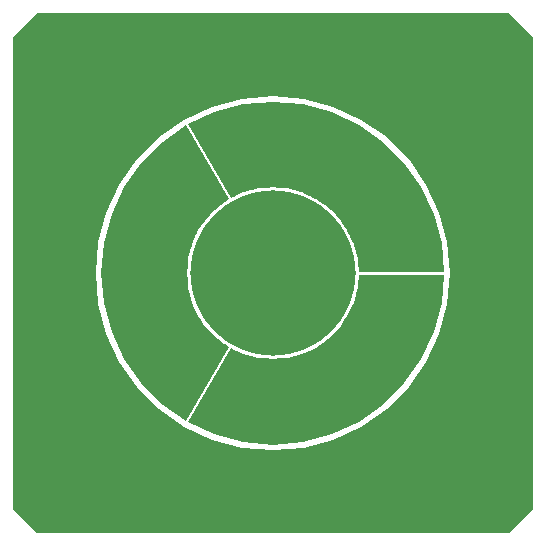
<source format=gbr>
G04 start of page 2 for group 0 idx 0 *
G04 Title: HERTZ_RFA, component *
G04 Creator: pcb v4.0.2-gafeb62a8 *
G04 CreationDate: Mon Jan 29 15:05:47 2018 UTC *
G04 For: stephan *
G04 Format: Gerber/RS-274X *
G04 PCB-Dimensions (mil): 2362.20 2362.20 *
G04 PCB-Coordinate-Origin: lower left *
%MOIN*%
%FSLAX25Y25*%
%LNCOMPONENT*%
%ADD16C,0.0118*%
%ADD15C,0.2047*%
%ADD14C,0.0315*%
%ADD13C,0.2244*%
%ADD12C,0.5512*%
%ADD11C,0.0001*%
G54D11*G36*
X118110Y204724D02*X196850D01*
X204724Y196850D01*
Y39370D01*
X196850Y31496D01*
X118110D01*
Y59055D01*
X128366Y59953D01*
X138307Y62618D01*
X147638Y66969D01*
X156071Y72870D01*
X163350Y80150D01*
X169252Y88583D01*
X173602Y97913D01*
X176268Y107854D01*
X177165Y118110D01*
X176268Y128366D01*
X173602Y138307D01*
X169252Y147638D01*
X163350Y156071D01*
X156071Y163350D01*
X147638Y169252D01*
X138307Y173602D01*
X128366Y176268D01*
X118110Y177165D01*
Y204724D01*
G37*
G36*
X31496Y196850D02*X39370Y204724D01*
X118110D01*
Y177165D01*
X107854Y176268D01*
X97913Y173602D01*
X88583Y169252D01*
X80150Y163350D01*
X72870Y156071D01*
X66969Y147638D01*
X62618Y138307D01*
X59953Y128366D01*
X59055Y118110D01*
X59953Y107854D01*
X62618Y97913D01*
X66969Y88583D01*
X72870Y80150D01*
X80150Y72870D01*
X88583Y66969D01*
X97913Y62618D01*
X107854Y59953D01*
X118110Y59055D01*
Y31496D01*
X39370D01*
X31496Y39370D01*
Y196850D01*
G37*
G36*
X175272Y117610D02*X174406Y108185D01*
X171827Y98559D01*
X167618Y89528D01*
X161902Y81366D01*
X154854Y74319D01*
X146693Y68602D01*
X137661Y64394D01*
X128035Y61815D01*
X118110Y60945D01*
X108185Y61815D01*
X98559Y64394D01*
X89961Y68354D01*
X104220Y93051D01*
X104825Y92776D01*
X105112Y92600D01*
X106183Y92156D01*
X108311Y91185D01*
X108921Y91022D01*
X109263Y90880D01*
X111070Y90446D01*
X113134Y89894D01*
X113509Y89861D01*
X113631Y89831D01*
X115674Y89671D01*
X118110Y89457D01*
X120546Y89671D01*
X122589Y89831D01*
X122711Y89861D01*
X123087Y89894D01*
X125151Y90446D01*
X126958Y90880D01*
X127299Y91022D01*
X127909Y91185D01*
X129632Y91988D01*
X131109Y92600D01*
X131631Y92919D01*
X132437Y93295D01*
X133783Y94239D01*
X134939Y94947D01*
X135601Y95513D01*
X136528Y96161D01*
X137501Y97135D01*
X138356Y97865D01*
X139085Y98719D01*
X140059Y99693D01*
X140708Y100619D01*
X141273Y101281D01*
X141982Y102437D01*
X142925Y103783D01*
X143301Y104590D01*
X143621Y105112D01*
X144233Y106588D01*
X145035Y108311D01*
X145199Y108921D01*
X145340Y109263D01*
X145774Y111070D01*
X146327Y113134D01*
X146365Y113532D01*
X146389Y113631D01*
X146411Y114007D01*
X146760Y117610D01*
X175272D01*
G37*
G36*
X89098Y68854D02*X81366Y74319D01*
X74319Y81366D01*
X68602Y89528D01*
X64394Y98559D01*
X61815Y108185D01*
X60945Y118110D01*
X61815Y128035D01*
X64394Y137661D01*
X68602Y146693D01*
X74319Y154854D01*
X81366Y161902D01*
X89098Y167366D01*
X103354Y142669D01*
X102102Y141776D01*
X101281Y141273D01*
X100699Y140776D01*
X99693Y140059D01*
X98719Y139085D01*
X97865Y138356D01*
X97135Y137501D01*
X96161Y136528D01*
X95513Y135601D01*
X94947Y134939D01*
X94239Y133783D01*
X93295Y132437D01*
X92919Y131631D01*
X92600Y131109D01*
X91988Y129632D01*
X91185Y127909D01*
X91022Y127299D01*
X90880Y126958D01*
X90446Y125150D01*
X89894Y123087D01*
X89861Y122711D01*
X89831Y122589D01*
X89671Y120546D01*
X89457Y118110D01*
X89671Y115674D01*
X89831Y113631D01*
X89861Y113509D01*
X89894Y113134D01*
X90446Y111070D01*
X90880Y109263D01*
X91022Y108921D01*
X91185Y108311D01*
X91988Y106588D01*
X92600Y105112D01*
X92919Y104590D01*
X93295Y103783D01*
X94239Y102437D01*
X94947Y101281D01*
X95513Y100619D01*
X96161Y99693D01*
X97135Y98719D01*
X97865Y97865D01*
X98719Y97135D01*
X99693Y96161D01*
X100699Y95444D01*
X101281Y94947D01*
X102102Y94444D01*
X103354Y93551D01*
X89098Y68854D01*
G37*
G36*
X89961Y167866D02*X98559Y171827D01*
X108185Y174406D01*
X118110Y175276D01*
X128035Y174406D01*
X137661Y171827D01*
X146693Y167618D01*
X154854Y161902D01*
X161902Y154854D01*
X167618Y146693D01*
X171827Y137661D01*
X174406Y128035D01*
X175272Y118610D01*
X146760D01*
X146411Y122213D01*
X146389Y122589D01*
X146365Y122688D01*
X146327Y123087D01*
X145774Y125151D01*
X145340Y126958D01*
X145199Y127299D01*
X145035Y127909D01*
X144233Y129632D01*
X143621Y131109D01*
X143301Y131631D01*
X142925Y132437D01*
X141982Y133783D01*
X141273Y134939D01*
X140708Y135601D01*
X140059Y136528D01*
X139085Y137501D01*
X138356Y138356D01*
X137501Y139085D01*
X136528Y140059D01*
X135601Y140708D01*
X134939Y141273D01*
X133783Y141982D01*
X132437Y142925D01*
X131631Y143301D01*
X131109Y143621D01*
X129632Y144233D01*
X127909Y145035D01*
X127299Y145199D01*
X126958Y145340D01*
X125150Y145774D01*
X123087Y146327D01*
X122711Y146360D01*
X122589Y146389D01*
X120546Y146550D01*
X118110Y146764D01*
X115674Y146550D01*
X113631Y146389D01*
X113509Y146360D01*
X113134Y146327D01*
X111070Y145774D01*
X109263Y145340D01*
X108921Y145199D01*
X108311Y145035D01*
X106183Y144065D01*
X105112Y143621D01*
X104825Y143445D01*
X104220Y143169D01*
X89961Y167866D01*
G37*
G54D12*X118110Y118110D03*
G54D13*X173228Y173228D03*
X62992Y62992D03*
X173228D03*
G54D14*X118110Y118110D03*
X133858Y145386D03*
Y90835D03*
G54D13*X62992Y173228D03*
G54D14*X86614Y118110D03*
G54D15*G54D16*G54D15*G54D16*M02*

</source>
